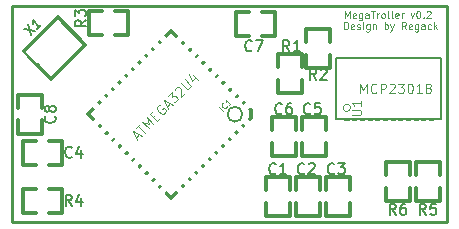
<source format=gto>
G04 (created by PCBNEW (2013-02-13 BZR 3947)-testing) date 11/23/2013 4:51:36 PM*
%MOIN*%
G04 Gerber Fmt 3.4, Leading zero omitted, Abs format*
%FSLAX34Y34*%
G01*
G70*
G90*
G04 APERTURE LIST*
%ADD10C,0.009*%
%ADD11C,0.00393701*%
%ADD12C,0.012*%
%ADD13C,0.008*%
%ADD14C,0.011811*%
%ADD15C,0.0026*%
%ADD16C,4.72441e-006*%
%ADD17C,0.00625197*%
%ADD18C,0.00590551*%
%ADD19C,0.024*%
%ADD20R,0.043X0.063*%
%ADD21R,0.063X0.043*%
%ADD22R,0.0237X0.067*%
G04 APERTURE END LIST*
G54D10*
X6400Y-3600D02*
X9200Y-3600D01*
X9200Y3600D02*
X6400Y3600D01*
X6400Y-3600D02*
X-5300Y-3600D01*
X6400Y3600D02*
X-5300Y3600D01*
X9200Y-3600D02*
X9200Y3600D01*
X-5300Y-3600D02*
X-5300Y3600D01*
G54D11*
X5787Y3204D02*
X5787Y3440D01*
X5865Y3271D01*
X5944Y3440D01*
X5944Y3204D01*
X6147Y3215D02*
X6124Y3204D01*
X6079Y3204D01*
X6057Y3215D01*
X6045Y3238D01*
X6045Y3328D01*
X6057Y3350D01*
X6079Y3361D01*
X6124Y3361D01*
X6147Y3350D01*
X6158Y3328D01*
X6158Y3305D01*
X6045Y3283D01*
X6360Y3361D02*
X6360Y3170D01*
X6349Y3148D01*
X6338Y3136D01*
X6315Y3125D01*
X6282Y3125D01*
X6259Y3136D01*
X6360Y3215D02*
X6338Y3204D01*
X6293Y3204D01*
X6270Y3215D01*
X6259Y3226D01*
X6248Y3249D01*
X6248Y3316D01*
X6259Y3339D01*
X6270Y3350D01*
X6293Y3361D01*
X6338Y3361D01*
X6360Y3350D01*
X6574Y3204D02*
X6574Y3328D01*
X6563Y3350D01*
X6540Y3361D01*
X6495Y3361D01*
X6473Y3350D01*
X6574Y3215D02*
X6551Y3204D01*
X6495Y3204D01*
X6473Y3215D01*
X6461Y3238D01*
X6461Y3260D01*
X6473Y3283D01*
X6495Y3294D01*
X6551Y3294D01*
X6574Y3305D01*
X6653Y3440D02*
X6788Y3440D01*
X6720Y3204D02*
X6720Y3440D01*
X6866Y3204D02*
X6866Y3361D01*
X6866Y3316D02*
X6878Y3339D01*
X6889Y3350D01*
X6911Y3361D01*
X6934Y3361D01*
X7046Y3204D02*
X7024Y3215D01*
X7013Y3226D01*
X7001Y3249D01*
X7001Y3316D01*
X7013Y3339D01*
X7024Y3350D01*
X7046Y3361D01*
X7080Y3361D01*
X7103Y3350D01*
X7114Y3339D01*
X7125Y3316D01*
X7125Y3249D01*
X7114Y3226D01*
X7103Y3215D01*
X7080Y3204D01*
X7046Y3204D01*
X7260Y3204D02*
X7238Y3215D01*
X7226Y3238D01*
X7226Y3440D01*
X7384Y3204D02*
X7361Y3215D01*
X7350Y3238D01*
X7350Y3440D01*
X7564Y3215D02*
X7541Y3204D01*
X7496Y3204D01*
X7474Y3215D01*
X7463Y3238D01*
X7463Y3328D01*
X7474Y3350D01*
X7496Y3361D01*
X7541Y3361D01*
X7564Y3350D01*
X7575Y3328D01*
X7575Y3305D01*
X7463Y3283D01*
X7676Y3204D02*
X7676Y3361D01*
X7676Y3316D02*
X7688Y3339D01*
X7699Y3350D01*
X7721Y3361D01*
X7744Y3361D01*
X7980Y3361D02*
X8036Y3204D01*
X8093Y3361D01*
X8228Y3440D02*
X8250Y3440D01*
X8273Y3429D01*
X8284Y3418D01*
X8295Y3395D01*
X8306Y3350D01*
X8306Y3294D01*
X8295Y3249D01*
X8284Y3226D01*
X8273Y3215D01*
X8250Y3204D01*
X8228Y3204D01*
X8205Y3215D01*
X8194Y3226D01*
X8183Y3249D01*
X8171Y3294D01*
X8171Y3350D01*
X8183Y3395D01*
X8194Y3418D01*
X8205Y3429D01*
X8228Y3440D01*
X8407Y3226D02*
X8419Y3215D01*
X8407Y3204D01*
X8396Y3215D01*
X8407Y3226D01*
X8407Y3204D01*
X8509Y3418D02*
X8520Y3429D01*
X8542Y3440D01*
X8599Y3440D01*
X8621Y3429D01*
X8632Y3418D01*
X8644Y3395D01*
X8644Y3373D01*
X8632Y3339D01*
X8497Y3204D01*
X8644Y3204D01*
X5764Y2834D02*
X5764Y3070D01*
X5820Y3070D01*
X5854Y3059D01*
X5877Y3036D01*
X5888Y3014D01*
X5899Y2969D01*
X5899Y2935D01*
X5888Y2890D01*
X5877Y2868D01*
X5854Y2845D01*
X5820Y2834D01*
X5764Y2834D01*
X6090Y2845D02*
X6068Y2834D01*
X6023Y2834D01*
X6000Y2845D01*
X5989Y2868D01*
X5989Y2958D01*
X6000Y2980D01*
X6023Y2991D01*
X6068Y2991D01*
X6090Y2980D01*
X6102Y2958D01*
X6102Y2935D01*
X5989Y2913D01*
X6192Y2845D02*
X6214Y2834D01*
X6259Y2834D01*
X6282Y2845D01*
X6293Y2868D01*
X6293Y2879D01*
X6282Y2901D01*
X6259Y2913D01*
X6225Y2913D01*
X6203Y2924D01*
X6192Y2946D01*
X6192Y2958D01*
X6203Y2980D01*
X6225Y2991D01*
X6259Y2991D01*
X6282Y2980D01*
X6394Y2834D02*
X6394Y2991D01*
X6394Y3070D02*
X6383Y3059D01*
X6394Y3048D01*
X6405Y3059D01*
X6394Y3070D01*
X6394Y3048D01*
X6608Y2991D02*
X6608Y2800D01*
X6596Y2778D01*
X6585Y2766D01*
X6563Y2755D01*
X6529Y2755D01*
X6506Y2766D01*
X6608Y2845D02*
X6585Y2834D01*
X6540Y2834D01*
X6518Y2845D01*
X6506Y2856D01*
X6495Y2879D01*
X6495Y2946D01*
X6506Y2969D01*
X6518Y2980D01*
X6540Y2991D01*
X6585Y2991D01*
X6608Y2980D01*
X6720Y2991D02*
X6720Y2834D01*
X6720Y2969D02*
X6731Y2980D01*
X6754Y2991D01*
X6788Y2991D01*
X6810Y2980D01*
X6821Y2958D01*
X6821Y2834D01*
X7114Y2834D02*
X7114Y3070D01*
X7114Y2980D02*
X7136Y2991D01*
X7181Y2991D01*
X7204Y2980D01*
X7215Y2969D01*
X7226Y2946D01*
X7226Y2879D01*
X7215Y2856D01*
X7204Y2845D01*
X7181Y2834D01*
X7136Y2834D01*
X7114Y2845D01*
X7305Y2991D02*
X7361Y2834D01*
X7418Y2991D02*
X7361Y2834D01*
X7339Y2778D01*
X7328Y2766D01*
X7305Y2755D01*
X7823Y2834D02*
X7744Y2946D01*
X7688Y2834D02*
X7688Y3070D01*
X7778Y3070D01*
X7800Y3059D01*
X7811Y3048D01*
X7823Y3025D01*
X7823Y2991D01*
X7811Y2969D01*
X7800Y2958D01*
X7778Y2946D01*
X7688Y2946D01*
X8014Y2845D02*
X7991Y2834D01*
X7946Y2834D01*
X7924Y2845D01*
X7913Y2868D01*
X7913Y2958D01*
X7924Y2980D01*
X7946Y2991D01*
X7991Y2991D01*
X8014Y2980D01*
X8025Y2958D01*
X8025Y2935D01*
X7913Y2913D01*
X8228Y2991D02*
X8228Y2800D01*
X8216Y2778D01*
X8205Y2766D01*
X8183Y2755D01*
X8149Y2755D01*
X8126Y2766D01*
X8228Y2845D02*
X8205Y2834D01*
X8160Y2834D01*
X8138Y2845D01*
X8126Y2856D01*
X8115Y2879D01*
X8115Y2946D01*
X8126Y2969D01*
X8138Y2980D01*
X8160Y2991D01*
X8205Y2991D01*
X8228Y2980D01*
X8441Y2834D02*
X8441Y2958D01*
X8430Y2980D01*
X8407Y2991D01*
X8362Y2991D01*
X8340Y2980D01*
X8441Y2845D02*
X8419Y2834D01*
X8362Y2834D01*
X8340Y2845D01*
X8329Y2868D01*
X8329Y2890D01*
X8340Y2913D01*
X8362Y2924D01*
X8419Y2924D01*
X8441Y2935D01*
X8655Y2845D02*
X8632Y2834D01*
X8587Y2834D01*
X8565Y2845D01*
X8554Y2856D01*
X8542Y2879D01*
X8542Y2946D01*
X8554Y2969D01*
X8565Y2980D01*
X8587Y2991D01*
X8632Y2991D01*
X8655Y2980D01*
X8756Y2834D02*
X8756Y3070D01*
X8779Y2924D02*
X8846Y2834D01*
X8846Y2991D02*
X8756Y2901D01*
G54D12*
X0Y-2786D02*
X-2786Y0D01*
X-2786Y0D02*
X0Y2786D01*
X2651Y134D02*
X0Y2786D01*
X2651Y-134D02*
X0Y-2786D01*
X2651Y134D02*
X2651Y-134D01*
G54D13*
X2371Y0D02*
G75*
G03X2371Y0I-250J0D01*
G74*
G01*
G54D14*
X-1892Y3450D02*
X-1450Y3450D01*
X-1450Y3450D02*
X-1450Y2650D01*
X-1450Y2650D02*
X-1892Y2650D01*
X-2318Y3450D02*
X-2750Y3450D01*
X-2750Y3450D02*
X-2750Y2650D01*
X-2750Y2650D02*
X-2318Y2650D01*
X-4507Y-3300D02*
X-4950Y-3300D01*
X-4950Y-3300D02*
X-4950Y-2500D01*
X-4950Y-2500D02*
X-4507Y-2500D01*
X-4081Y-3300D02*
X-3650Y-3300D01*
X-3650Y-3300D02*
X-3650Y-2500D01*
X-3650Y-2500D02*
X-4081Y-2500D01*
X3007Y3400D02*
X3450Y3400D01*
X3450Y3400D02*
X3450Y2600D01*
X3450Y2600D02*
X3007Y2600D01*
X2581Y3400D02*
X2150Y3400D01*
X2150Y3400D02*
X2150Y2600D01*
X2150Y2600D02*
X2581Y2600D01*
X4500Y2407D02*
X4500Y2850D01*
X4500Y2850D02*
X5300Y2850D01*
X5300Y2850D02*
X5300Y2407D01*
X4500Y1981D02*
X4500Y1550D01*
X4500Y1550D02*
X5300Y1550D01*
X5300Y1550D02*
X5300Y1981D01*
X3550Y1557D02*
X3550Y2000D01*
X3550Y2000D02*
X4350Y2000D01*
X4350Y2000D02*
X4350Y1557D01*
X3550Y1131D02*
X3550Y700D01*
X3550Y700D02*
X4350Y700D01*
X4350Y700D02*
X4350Y1131D01*
X4150Y-957D02*
X4150Y-1400D01*
X4150Y-1400D02*
X3350Y-1400D01*
X3350Y-1400D02*
X3350Y-957D01*
X4150Y-531D02*
X4150Y-100D01*
X4150Y-100D02*
X3350Y-100D01*
X3350Y-100D02*
X3350Y-531D01*
X5150Y-957D02*
X5150Y-1400D01*
X5150Y-1400D02*
X4350Y-1400D01*
X4350Y-1400D02*
X4350Y-957D01*
X5150Y-531D02*
X5150Y-100D01*
X5150Y-100D02*
X4350Y-100D01*
X4350Y-100D02*
X4350Y-531D01*
X5150Y-2542D02*
X5150Y-2100D01*
X5150Y-2100D02*
X5950Y-2100D01*
X5950Y-2100D02*
X5950Y-2542D01*
X5150Y-2968D02*
X5150Y-3400D01*
X5150Y-3400D02*
X5950Y-3400D01*
X5950Y-3400D02*
X5950Y-2968D01*
X4150Y-2542D02*
X4150Y-2100D01*
X4150Y-2100D02*
X4950Y-2100D01*
X4950Y-2100D02*
X4950Y-2542D01*
X4150Y-2968D02*
X4150Y-3400D01*
X4150Y-3400D02*
X4950Y-3400D01*
X4950Y-3400D02*
X4950Y-2968D01*
X-4300Y-207D02*
X-4300Y-650D01*
X-4300Y-650D02*
X-5100Y-650D01*
X-5100Y-650D02*
X-5100Y-207D01*
X-4300Y218D02*
X-4300Y650D01*
X-4300Y650D02*
X-5100Y650D01*
X-5100Y650D02*
X-5100Y218D01*
X-4507Y-1700D02*
X-4950Y-1700D01*
X-4950Y-1700D02*
X-4950Y-900D01*
X-4950Y-900D02*
X-4507Y-900D01*
X-4081Y-1700D02*
X-3650Y-1700D01*
X-3650Y-1700D02*
X-3650Y-900D01*
X-3650Y-900D02*
X-4081Y-900D01*
X3150Y-2542D02*
X3150Y-2100D01*
X3150Y-2100D02*
X3950Y-2100D01*
X3950Y-2100D02*
X3950Y-2542D01*
X3150Y-2968D02*
X3150Y-3400D01*
X3150Y-3400D02*
X3950Y-3400D01*
X3950Y-3400D02*
X3950Y-2968D01*
X-3793Y3225D02*
X-2874Y2306D01*
X-2874Y2306D02*
X-4006Y1174D01*
X-4006Y1174D02*
X-4925Y2093D01*
X-4925Y2093D02*
X-3793Y3225D01*
X8150Y-2042D02*
X8150Y-1600D01*
X8150Y-1600D02*
X8950Y-1600D01*
X8950Y-1600D02*
X8950Y-2042D01*
X8150Y-2468D02*
X8150Y-2900D01*
X8150Y-2900D02*
X8950Y-2900D01*
X8950Y-2900D02*
X8950Y-2468D01*
X7150Y-2042D02*
X7150Y-1600D01*
X7150Y-1600D02*
X7950Y-1600D01*
X7950Y-1600D02*
X7950Y-2042D01*
X7150Y-2468D02*
X7150Y-2900D01*
X7150Y-2900D02*
X7950Y-2900D01*
X7950Y-2900D02*
X7950Y-2468D01*
G54D15*
X5773Y-190D02*
X5913Y-190D01*
X6029Y-190D02*
X6169Y-190D01*
X6285Y-190D02*
X6425Y-190D01*
X6541Y-190D02*
X6681Y-190D01*
X6797Y-190D02*
X6937Y-190D01*
X7053Y-190D02*
X7193Y-190D01*
X7307Y-190D02*
X7447Y-190D01*
X7563Y-190D02*
X7703Y-190D01*
X7819Y-190D02*
X7959Y-190D01*
X8075Y-190D02*
X8215Y-190D01*
X8331Y-190D02*
X8471Y-190D01*
X8587Y-190D02*
X8727Y-190D01*
X8587Y1890D02*
X8727Y1890D01*
X8331Y1890D02*
X8471Y1890D01*
X8075Y1890D02*
X8215Y1890D01*
X7819Y1890D02*
X7959Y1890D01*
X7563Y1890D02*
X7703Y1890D01*
X7307Y1890D02*
X7447Y1890D01*
X7053Y1890D02*
X7193Y1890D01*
X6797Y1890D02*
X6937Y1890D01*
X6541Y1890D02*
X6681Y1890D01*
X6285Y1890D02*
X6425Y1890D01*
X6029Y1890D02*
X6169Y1890D01*
X5773Y1890D02*
X5913Y1890D01*
G54D13*
X5499Y-173D02*
X9001Y-173D01*
X9001Y-173D02*
X9001Y1873D01*
X9001Y1873D02*
X5499Y1873D01*
X5499Y1873D02*
X5499Y-173D01*
G54D16*
X5976Y211D02*
G75*
G03X5976Y211I-123J0D01*
G74*
G01*
G54D11*
X1720Y107D02*
X1581Y246D01*
X1853Y266D02*
X1853Y253D01*
X1839Y227D01*
X1826Y213D01*
X1800Y200D01*
X1773Y200D01*
X1753Y207D01*
X1720Y227D01*
X1700Y246D01*
X1680Y280D01*
X1674Y300D01*
X1674Y326D01*
X1687Y353D01*
X1700Y366D01*
X1727Y379D01*
X1740Y379D01*
X1998Y386D02*
X1919Y306D01*
X1959Y346D02*
X1819Y485D01*
X1826Y452D01*
X1826Y425D01*
X1819Y406D01*
X-1180Y-784D02*
X-1074Y-677D01*
X-1138Y-868D02*
X-1287Y-571D01*
X-990Y-720D01*
X-1170Y-455D02*
X-1043Y-327D01*
X-884Y-614D02*
X-1106Y-391D01*
X-746Y-476D02*
X-968Y-253D01*
X-735Y-338D01*
X-820Y-105D01*
X-597Y-327D01*
X-608Y-105D02*
X-534Y-31D01*
X-385Y-115D02*
X-491Y-221D01*
X-714Y0D01*
X-608Y106D01*
X-385Y308D02*
X-417Y297D01*
X-449Y265D01*
X-470Y223D01*
X-470Y181D01*
X-459Y149D01*
X-428Y96D01*
X-396Y64D01*
X-343Y32D01*
X-311Y21D01*
X-268Y21D01*
X-226Y43D01*
X-205Y64D01*
X-184Y106D01*
X-184Y128D01*
X-258Y202D01*
X-300Y159D01*
X-141Y255D02*
X-35Y361D01*
X-99Y170D02*
X-247Y467D01*
X49Y318D01*
X-120Y594D02*
X17Y732D01*
X28Y573D01*
X59Y605D01*
X91Y615D01*
X112Y615D01*
X144Y605D01*
X197Y552D01*
X208Y520D01*
X208Y499D01*
X197Y467D01*
X134Y403D01*
X102Y393D01*
X81Y393D01*
X123Y796D02*
X123Y817D01*
X134Y849D01*
X187Y902D01*
X218Y912D01*
X240Y912D01*
X271Y902D01*
X293Y881D01*
X314Y838D01*
X314Y584D01*
X452Y721D01*
X324Y1040D02*
X505Y859D01*
X537Y849D01*
X558Y849D01*
X590Y859D01*
X632Y902D01*
X643Y934D01*
X643Y955D01*
X632Y987D01*
X452Y1167D01*
X727Y1294D02*
X876Y1146D01*
X590Y1326D02*
X696Y1114D01*
X834Y1252D01*
G54D17*
X-2851Y3138D02*
X-3026Y3015D01*
X-2851Y2928D02*
X-3219Y2928D01*
X-3219Y3068D01*
X-3201Y3103D01*
X-3184Y3121D01*
X-3148Y3138D01*
X-3096Y3138D01*
X-3061Y3121D01*
X-3043Y3103D01*
X-3026Y3068D01*
X-3026Y2928D01*
X-3219Y3261D02*
X-3219Y3489D01*
X-3078Y3366D01*
X-3078Y3419D01*
X-3061Y3454D01*
X-3043Y3471D01*
X-3008Y3489D01*
X-2921Y3489D01*
X-2886Y3471D01*
X-2868Y3454D01*
X-2851Y3419D01*
X-2851Y3313D01*
X-2868Y3278D01*
X-2886Y3261D01*
X-3311Y-3048D02*
X-3434Y-2873D01*
X-3521Y-3048D02*
X-3521Y-2680D01*
X-3381Y-2680D01*
X-3346Y-2698D01*
X-3328Y-2715D01*
X-3311Y-2751D01*
X-3311Y-2803D01*
X-3328Y-2838D01*
X-3346Y-2856D01*
X-3381Y-2873D01*
X-3521Y-2873D01*
X-2995Y-2803D02*
X-2995Y-3048D01*
X-3083Y-2663D02*
X-3171Y-2926D01*
X-2943Y-2926D01*
X2688Y2136D02*
X2671Y2118D01*
X2618Y2101D01*
X2583Y2101D01*
X2530Y2118D01*
X2495Y2153D01*
X2478Y2188D01*
X2460Y2258D01*
X2460Y2311D01*
X2478Y2381D01*
X2495Y2416D01*
X2530Y2451D01*
X2583Y2469D01*
X2618Y2469D01*
X2671Y2451D01*
X2688Y2434D01*
X2811Y2469D02*
X3056Y2469D01*
X2898Y2101D01*
X4838Y1151D02*
X4715Y1326D01*
X4628Y1151D02*
X4628Y1519D01*
X4768Y1519D01*
X4803Y1501D01*
X4821Y1484D01*
X4838Y1448D01*
X4838Y1396D01*
X4821Y1361D01*
X4803Y1343D01*
X4768Y1326D01*
X4628Y1326D01*
X4978Y1484D02*
X4996Y1501D01*
X5031Y1519D01*
X5119Y1519D01*
X5154Y1501D01*
X5171Y1484D01*
X5189Y1448D01*
X5189Y1413D01*
X5171Y1361D01*
X4961Y1151D01*
X5189Y1151D01*
X3938Y2101D02*
X3815Y2276D01*
X3728Y2101D02*
X3728Y2469D01*
X3868Y2469D01*
X3903Y2451D01*
X3921Y2434D01*
X3938Y2398D01*
X3938Y2346D01*
X3921Y2311D01*
X3903Y2293D01*
X3868Y2276D01*
X3728Y2276D01*
X4289Y2101D02*
X4078Y2101D01*
X4184Y2101D02*
X4184Y2469D01*
X4148Y2416D01*
X4113Y2381D01*
X4078Y2363D01*
X3688Y36D02*
X3671Y18D01*
X3618Y1D01*
X3583Y1D01*
X3530Y18D01*
X3495Y53D01*
X3478Y88D01*
X3460Y158D01*
X3460Y211D01*
X3478Y281D01*
X3495Y316D01*
X3530Y351D01*
X3583Y369D01*
X3618Y369D01*
X3671Y351D01*
X3688Y334D01*
X4004Y369D02*
X3934Y369D01*
X3898Y351D01*
X3881Y334D01*
X3846Y281D01*
X3828Y211D01*
X3828Y71D01*
X3846Y36D01*
X3863Y18D01*
X3898Y1D01*
X3969Y1D01*
X4004Y18D01*
X4021Y36D01*
X4039Y71D01*
X4039Y158D01*
X4021Y193D01*
X4004Y211D01*
X3969Y228D01*
X3898Y228D01*
X3863Y211D01*
X3846Y193D01*
X3828Y158D01*
X4638Y36D02*
X4621Y18D01*
X4568Y1D01*
X4533Y1D01*
X4480Y18D01*
X4445Y53D01*
X4428Y88D01*
X4410Y158D01*
X4410Y211D01*
X4428Y281D01*
X4445Y316D01*
X4480Y351D01*
X4533Y369D01*
X4568Y369D01*
X4621Y351D01*
X4638Y334D01*
X4971Y369D02*
X4796Y369D01*
X4778Y193D01*
X4796Y211D01*
X4831Y228D01*
X4919Y228D01*
X4954Y211D01*
X4971Y193D01*
X4989Y158D01*
X4989Y71D01*
X4971Y36D01*
X4954Y18D01*
X4919Y1D01*
X4831Y1D01*
X4796Y18D01*
X4778Y36D01*
X5438Y-1963D02*
X5421Y-1981D01*
X5368Y-1998D01*
X5333Y-1998D01*
X5280Y-1981D01*
X5245Y-1946D01*
X5228Y-1911D01*
X5210Y-1841D01*
X5210Y-1788D01*
X5228Y-1718D01*
X5245Y-1683D01*
X5280Y-1648D01*
X5333Y-1630D01*
X5368Y-1630D01*
X5421Y-1648D01*
X5438Y-1665D01*
X5561Y-1630D02*
X5789Y-1630D01*
X5666Y-1771D01*
X5719Y-1771D01*
X5754Y-1788D01*
X5771Y-1806D01*
X5789Y-1841D01*
X5789Y-1928D01*
X5771Y-1963D01*
X5754Y-1981D01*
X5719Y-1998D01*
X5613Y-1998D01*
X5578Y-1981D01*
X5561Y-1963D01*
X4438Y-1963D02*
X4421Y-1981D01*
X4368Y-1998D01*
X4333Y-1998D01*
X4280Y-1981D01*
X4245Y-1946D01*
X4228Y-1911D01*
X4210Y-1841D01*
X4210Y-1788D01*
X4228Y-1718D01*
X4245Y-1683D01*
X4280Y-1648D01*
X4333Y-1630D01*
X4368Y-1630D01*
X4421Y-1648D01*
X4438Y-1665D01*
X4578Y-1665D02*
X4596Y-1648D01*
X4631Y-1630D01*
X4719Y-1630D01*
X4754Y-1648D01*
X4771Y-1665D01*
X4789Y-1701D01*
X4789Y-1736D01*
X4771Y-1788D01*
X4561Y-1998D01*
X4789Y-1998D01*
X-3886Y-61D02*
X-3868Y-78D01*
X-3851Y-131D01*
X-3851Y-166D01*
X-3868Y-219D01*
X-3903Y-254D01*
X-3938Y-271D01*
X-4008Y-289D01*
X-4061Y-289D01*
X-4131Y-271D01*
X-4166Y-254D01*
X-4201Y-219D01*
X-4219Y-166D01*
X-4219Y-131D01*
X-4201Y-78D01*
X-4184Y-61D01*
X-4061Y148D02*
X-4078Y113D01*
X-4096Y96D01*
X-4131Y78D01*
X-4148Y78D01*
X-4184Y96D01*
X-4201Y113D01*
X-4219Y148D01*
X-4219Y219D01*
X-4201Y254D01*
X-4184Y271D01*
X-4148Y289D01*
X-4131Y289D01*
X-4096Y271D01*
X-4078Y254D01*
X-4061Y219D01*
X-4061Y148D01*
X-4043Y113D01*
X-4026Y96D01*
X-3991Y78D01*
X-3921Y78D01*
X-3886Y96D01*
X-3868Y113D01*
X-3851Y148D01*
X-3851Y219D01*
X-3868Y254D01*
X-3886Y271D01*
X-3921Y289D01*
X-3991Y289D01*
X-4026Y271D01*
X-4043Y254D01*
X-4061Y219D01*
X-3311Y-1413D02*
X-3328Y-1431D01*
X-3381Y-1448D01*
X-3416Y-1448D01*
X-3469Y-1431D01*
X-3504Y-1396D01*
X-3521Y-1361D01*
X-3539Y-1291D01*
X-3539Y-1238D01*
X-3521Y-1168D01*
X-3504Y-1133D01*
X-3469Y-1098D01*
X-3416Y-1080D01*
X-3381Y-1080D01*
X-3328Y-1098D01*
X-3311Y-1115D01*
X-2995Y-1203D02*
X-2995Y-1448D01*
X-3083Y-1063D02*
X-3171Y-1326D01*
X-2943Y-1326D01*
X3488Y-1963D02*
X3471Y-1981D01*
X3418Y-1998D01*
X3383Y-1998D01*
X3330Y-1981D01*
X3295Y-1946D01*
X3278Y-1911D01*
X3260Y-1841D01*
X3260Y-1788D01*
X3278Y-1718D01*
X3295Y-1683D01*
X3330Y-1648D01*
X3383Y-1630D01*
X3418Y-1630D01*
X3471Y-1648D01*
X3488Y-1665D01*
X3839Y-1998D02*
X3628Y-1998D01*
X3734Y-1998D02*
X3734Y-1630D01*
X3698Y-1683D01*
X3663Y-1718D01*
X3628Y-1736D01*
G54D18*
X-4912Y2852D02*
X-4541Y2778D01*
X-4764Y3000D02*
X-4690Y2629D01*
X-4340Y2979D02*
X-4467Y2852D01*
X-4403Y2915D02*
X-4626Y3138D01*
X-4615Y3085D01*
X-4615Y3043D01*
X-4626Y3011D01*
G54D17*
X8488Y-3348D02*
X8365Y-3173D01*
X8278Y-3348D02*
X8278Y-2980D01*
X8418Y-2980D01*
X8453Y-2998D01*
X8471Y-3015D01*
X8488Y-3051D01*
X8488Y-3103D01*
X8471Y-3138D01*
X8453Y-3156D01*
X8418Y-3173D01*
X8278Y-3173D01*
X8821Y-2980D02*
X8646Y-2980D01*
X8628Y-3156D01*
X8646Y-3138D01*
X8681Y-3121D01*
X8769Y-3121D01*
X8804Y-3138D01*
X8821Y-3156D01*
X8839Y-3191D01*
X8839Y-3278D01*
X8821Y-3313D01*
X8804Y-3331D01*
X8769Y-3348D01*
X8681Y-3348D01*
X8646Y-3331D01*
X8628Y-3313D01*
X7488Y-3348D02*
X7365Y-3173D01*
X7278Y-3348D02*
X7278Y-2980D01*
X7418Y-2980D01*
X7453Y-2998D01*
X7471Y-3015D01*
X7488Y-3051D01*
X7488Y-3103D01*
X7471Y-3138D01*
X7453Y-3156D01*
X7418Y-3173D01*
X7278Y-3173D01*
X7804Y-2980D02*
X7734Y-2980D01*
X7698Y-2998D01*
X7681Y-3015D01*
X7646Y-3068D01*
X7628Y-3138D01*
X7628Y-3278D01*
X7646Y-3313D01*
X7663Y-3331D01*
X7698Y-3348D01*
X7769Y-3348D01*
X7804Y-3331D01*
X7821Y-3313D01*
X7839Y-3278D01*
X7839Y-3191D01*
X7821Y-3156D01*
X7804Y-3138D01*
X7769Y-3121D01*
X7698Y-3121D01*
X7663Y-3138D01*
X7646Y-3156D01*
X7628Y-3191D01*
G54D11*
X6012Y-39D02*
X6267Y-39D01*
X6297Y-24D01*
X6312Y-9D01*
X6327Y20D01*
X6327Y80D01*
X6312Y110D01*
X6297Y125D01*
X6267Y140D01*
X6012Y140D01*
X6327Y454D02*
X6327Y274D01*
X6327Y364D02*
X6012Y364D01*
X6057Y334D01*
X6087Y304D01*
X6102Y274D01*
X6300Y705D02*
X6300Y1020D01*
X6405Y795D01*
X6510Y1020D01*
X6510Y705D01*
X6840Y735D02*
X6825Y720D01*
X6780Y705D01*
X6750Y705D01*
X6705Y720D01*
X6675Y750D01*
X6660Y780D01*
X6645Y840D01*
X6645Y885D01*
X6660Y945D01*
X6675Y975D01*
X6705Y1005D01*
X6750Y1020D01*
X6780Y1020D01*
X6825Y1005D01*
X6840Y990D01*
X6975Y705D02*
X6975Y1020D01*
X7095Y1020D01*
X7125Y1005D01*
X7140Y990D01*
X7155Y960D01*
X7155Y915D01*
X7140Y885D01*
X7125Y870D01*
X7095Y855D01*
X6975Y855D01*
X7275Y990D02*
X7290Y1005D01*
X7320Y1020D01*
X7395Y1020D01*
X7425Y1005D01*
X7440Y990D01*
X7455Y960D01*
X7455Y930D01*
X7440Y885D01*
X7260Y705D01*
X7455Y705D01*
X7559Y1020D02*
X7754Y1020D01*
X7649Y900D01*
X7694Y900D01*
X7724Y885D01*
X7739Y870D01*
X7754Y840D01*
X7754Y765D01*
X7739Y735D01*
X7724Y720D01*
X7694Y705D01*
X7604Y705D01*
X7574Y720D01*
X7559Y735D01*
X7949Y1020D02*
X7979Y1020D01*
X8009Y1005D01*
X8024Y990D01*
X8039Y960D01*
X8054Y900D01*
X8054Y825D01*
X8039Y765D01*
X8024Y735D01*
X8009Y720D01*
X7979Y705D01*
X7949Y705D01*
X7919Y720D01*
X7904Y735D01*
X7889Y765D01*
X7874Y825D01*
X7874Y900D01*
X7889Y960D01*
X7904Y990D01*
X7919Y1005D01*
X7949Y1020D01*
X8354Y705D02*
X8174Y705D01*
X8264Y705D02*
X8264Y1020D01*
X8234Y975D01*
X8204Y945D01*
X8174Y930D01*
X8534Y885D02*
X8504Y900D01*
X8489Y915D01*
X8474Y945D01*
X8474Y960D01*
X8489Y990D01*
X8504Y1005D01*
X8534Y1020D01*
X8594Y1020D01*
X8624Y1005D01*
X8639Y990D01*
X8654Y960D01*
X8654Y945D01*
X8639Y915D01*
X8624Y900D01*
X8594Y885D01*
X8534Y885D01*
X8504Y870D01*
X8489Y855D01*
X8474Y825D01*
X8474Y765D01*
X8489Y735D01*
X8504Y720D01*
X8534Y705D01*
X8594Y705D01*
X8624Y720D01*
X8639Y735D01*
X8654Y765D01*
X8654Y825D01*
X8639Y855D01*
X8624Y870D01*
X8594Y885D01*
%LPC*%
G54D19*
X1798Y-1798D02*
X1383Y-1383D01*
X2021Y-1576D02*
X1605Y-1160D01*
X2244Y-1353D02*
X1828Y-937D01*
X2467Y-1130D02*
X2051Y-714D01*
X2689Y-907D02*
X2274Y-492D01*
X2912Y-685D02*
X2496Y-269D01*
X1576Y-2021D02*
X1160Y-1605D01*
X1353Y-2244D02*
X937Y-1828D01*
X1130Y-2467D02*
X714Y-2051D01*
X907Y-2689D02*
X492Y-2274D01*
X685Y-2912D02*
X269Y-2496D01*
X-1383Y1383D02*
X-1798Y1798D01*
X-1160Y1605D02*
X-1576Y2021D01*
X-937Y1828D02*
X-1353Y2244D01*
X-714Y2051D02*
X-1130Y2467D01*
X-492Y2274D02*
X-907Y2689D01*
X-269Y2496D02*
X-685Y2912D01*
X-1605Y1160D02*
X-2021Y1576D01*
X-1828Y937D02*
X-2244Y1353D01*
X-2051Y714D02*
X-2467Y1130D01*
X-2274Y492D02*
X-2689Y907D01*
X-2496Y269D02*
X-2912Y685D01*
X1798Y1798D02*
X1383Y1383D01*
X-1383Y-1383D02*
X-1798Y-1798D01*
X1576Y2021D02*
X1160Y1605D01*
X-1605Y-1160D02*
X-2021Y-1576D01*
X-1828Y-937D02*
X-2244Y-1353D01*
X1353Y2244D02*
X937Y1828D01*
X1130Y2467D02*
X714Y2051D01*
X-2051Y-714D02*
X-2467Y-1130D01*
X-2274Y-492D02*
X-2689Y-907D01*
X907Y2689D02*
X492Y2274D01*
X685Y2912D02*
X269Y2496D01*
X-2496Y-269D02*
X-2912Y-685D01*
X-1160Y-1605D02*
X-1576Y-2021D01*
X2021Y1576D02*
X1605Y1160D01*
X2244Y1353D02*
X1828Y937D01*
X-937Y-1828D02*
X-1353Y-2244D01*
X-714Y-2051D02*
X-1130Y-2467D01*
X2467Y1130D02*
X2051Y714D01*
X2689Y907D02*
X2274Y492D01*
X-492Y-2274D02*
X-907Y-2689D01*
X-269Y-2496D02*
X-685Y-2912D01*
X2912Y685D02*
X2496Y269D01*
G54D20*
X-2475Y3050D03*
X-1725Y3050D03*
X-3925Y-2900D03*
X-4675Y-2900D03*
X2425Y3000D03*
X3175Y3000D03*
G54D21*
X4900Y1825D03*
X4900Y2575D03*
X3950Y975D03*
X3950Y1725D03*
X3750Y-375D03*
X3750Y-1125D03*
X4750Y-375D03*
X4750Y-1125D03*
X5550Y-3125D03*
X5550Y-2375D03*
X4550Y-3125D03*
X4550Y-2375D03*
X-4700Y375D03*
X-4700Y-375D03*
G54D20*
X-3925Y-1300D03*
X-4675Y-1300D03*
G54D21*
X3550Y-3125D03*
X3550Y-2375D03*
G54D10*
G36*
X-4463Y1705D02*
X-4840Y2081D01*
X-4394Y2528D01*
X-4017Y2151D01*
X-4463Y1705D01*
X-4463Y1705D01*
G37*
G36*
X-3851Y2317D02*
X-4228Y2694D01*
X-3781Y3140D01*
X-3405Y2763D01*
X-3851Y2317D01*
X-3851Y2317D01*
G37*
G36*
X-4018Y1259D02*
X-4394Y1636D01*
X-3948Y2082D01*
X-3571Y1705D01*
X-4018Y1259D01*
X-4018Y1259D01*
G37*
G36*
X-3405Y1871D02*
X-3782Y2248D01*
X-3336Y2694D01*
X-2959Y2318D01*
X-3405Y1871D01*
X-3405Y1871D01*
G37*
G54D21*
X8550Y-2625D03*
X8550Y-1875D03*
X7550Y-2625D03*
X7550Y-1875D03*
G54D22*
X5843Y-577D03*
X6099Y-577D03*
X6355Y-577D03*
X6611Y-577D03*
X6867Y-577D03*
X7123Y-577D03*
X7377Y-577D03*
X7633Y-577D03*
X7889Y-577D03*
X8145Y-577D03*
X8401Y-577D03*
X8657Y-577D03*
X8657Y2277D03*
X8401Y2277D03*
X8145Y2277D03*
X7889Y2277D03*
X7633Y2277D03*
X7377Y2277D03*
X7123Y2277D03*
X6867Y2277D03*
X6611Y2277D03*
X6355Y2277D03*
X6099Y2277D03*
X5843Y2277D03*
M02*

</source>
